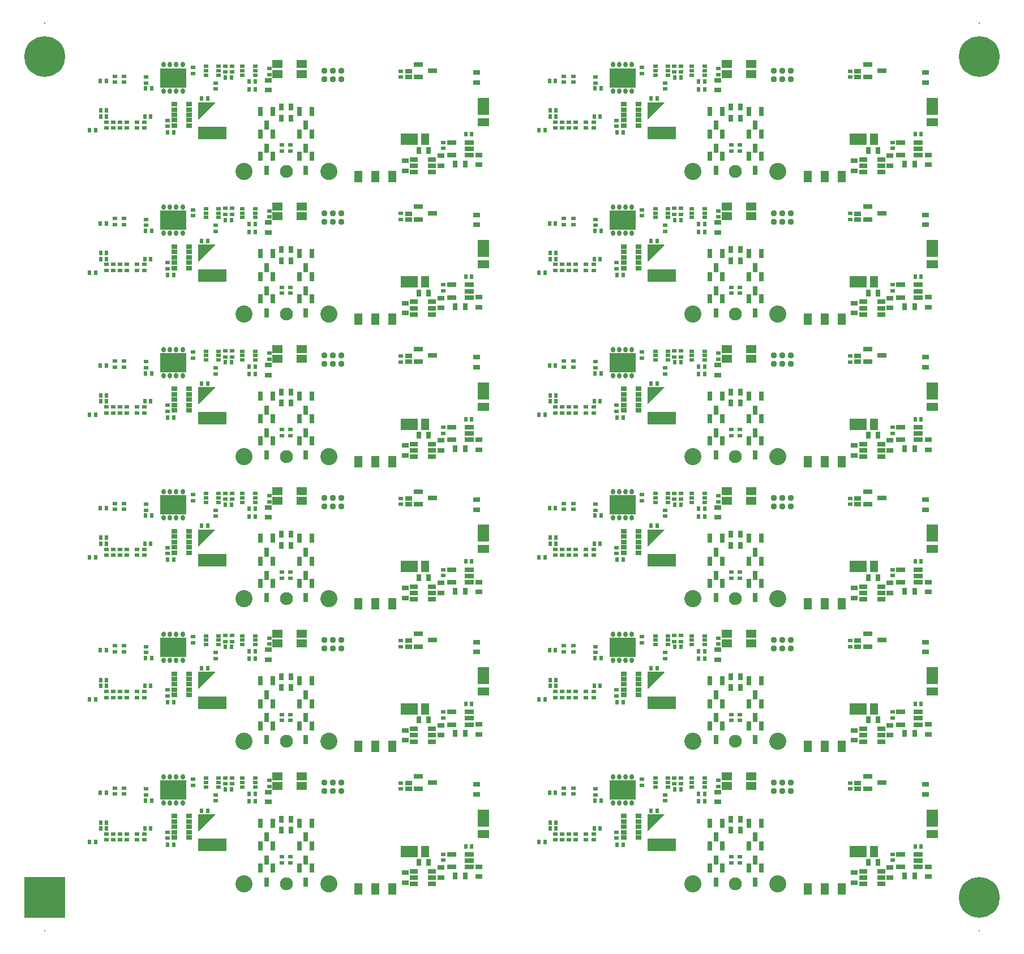
<source format=gbs>
G04 Layer_Color=16711935*
%FSLAX24Y24*%
%MOIN*%
G70*
G01*
G75*
%ADD81R,0.2400X0.2400*%
%ADD82C,0.2400*%
%ADD83R,0.0217X0.0296*%
%ADD87R,0.0315X0.0220*%
%ADD90R,0.0296X0.0572*%
%ADD91R,0.0414X0.0257*%
%ADD92R,0.0296X0.0217*%
%ADD99R,0.0257X0.0414*%
%ADD113C,0.0370*%
%ADD114C,0.0080*%
%ADD115C,0.0060*%
%ADD116C,0.0760*%
%ADD117C,0.1010*%
%ADD118R,0.1517X0.1123*%
%ADD119O,0.0257X0.0336*%
%ADD120R,0.0375X0.0257*%
%ADD121R,0.0611X0.0473*%
%ADD122R,0.1674X0.0729*%
%ADD123R,0.0454X0.0454*%
%ADD124R,0.0572X0.0296*%
%ADD125R,0.0395X0.0277*%
%ADD126R,0.0651X0.0473*%
%ADD127R,0.0651X0.1005*%
%ADD128R,0.0473X0.0651*%
%ADD129R,0.1005X0.0651*%
%ADD130R,0.0540X0.0296*%
%ADD131R,0.0473X0.0296*%
%ADD132R,0.0460X0.0710*%
G36*
X38433Y50767D02*
X38437Y50766D01*
X38442Y50764D01*
X38446Y50761D01*
X38449Y50758D01*
X38452Y50755D01*
X38455Y50751D01*
X38457Y50746D01*
X38458Y50742D01*
X38458Y50737D01*
X38458Y50732D01*
X38457Y50728D01*
X38455Y50723D01*
X38452Y50719D01*
X38449Y50716D01*
X37504Y49771D01*
X37501Y49768D01*
X37497Y49765D01*
X37492Y49764D01*
X37488Y49762D01*
X37483Y49762D01*
X37478Y49762D01*
X37474Y49764D01*
X37469Y49765D01*
X37465Y49768D01*
X37462Y49771D01*
X37459Y49774D01*
X37456Y49778D01*
X37454Y49783D01*
X37453Y49787D01*
X37453Y49792D01*
Y50737D01*
X37453Y50742D01*
X37454Y50746D01*
X37456Y50751D01*
X37459Y50755D01*
X37462Y50758D01*
X37465Y50761D01*
X37469Y50764D01*
X37474Y50766D01*
X37478Y50767D01*
X37483Y50767D01*
X38428D01*
X38433Y50767D01*
D02*
G37*
G36*
X11974D02*
X11978Y50766D01*
X11983Y50764D01*
X11987Y50761D01*
X11990Y50758D01*
X11993Y50755D01*
X11996Y50751D01*
X11998Y50746D01*
X11999Y50742D01*
X11999Y50737D01*
X11999Y50732D01*
X11998Y50728D01*
X11996Y50723D01*
X11993Y50719D01*
X11990Y50716D01*
X11045Y49771D01*
X11042Y49768D01*
X11038Y49765D01*
X11033Y49764D01*
X11029Y49762D01*
X11024Y49762D01*
X11019Y49762D01*
X11015Y49764D01*
X11010Y49765D01*
X11006Y49768D01*
X11003Y49771D01*
X11000Y49774D01*
X10997Y49778D01*
X10995Y49783D01*
X10994Y49787D01*
X10994Y49792D01*
Y50737D01*
X10994Y50742D01*
X10995Y50746D01*
X10997Y50751D01*
X11000Y50755D01*
X11003Y50758D01*
X11006Y50761D01*
X11010Y50764D01*
X11015Y50766D01*
X11019Y50767D01*
X11024Y50767D01*
X11969D01*
X11974Y50767D01*
D02*
G37*
G36*
X38433Y42379D02*
X38437Y42378D01*
X38442Y42376D01*
X38446Y42374D01*
X38449Y42371D01*
X38452Y42367D01*
X38455Y42363D01*
X38457Y42359D01*
X38458Y42354D01*
X38458Y42350D01*
X38458Y42345D01*
X38457Y42340D01*
X38455Y42336D01*
X38452Y42332D01*
X38449Y42328D01*
X37504Y41383D01*
X37501Y41380D01*
X37497Y41378D01*
X37492Y41376D01*
X37488Y41375D01*
X37483Y41375D01*
X37478Y41375D01*
X37474Y41376D01*
X37469Y41378D01*
X37465Y41380D01*
X37462Y41383D01*
X37459Y41387D01*
X37456Y41391D01*
X37454Y41395D01*
X37453Y41400D01*
X37453Y41405D01*
Y42350D01*
X37453Y42354D01*
X37454Y42359D01*
X37456Y42363D01*
X37459Y42367D01*
X37462Y42371D01*
X37465Y42374D01*
X37469Y42376D01*
X37474Y42378D01*
X37478Y42379D01*
X37483Y42380D01*
X38428D01*
X38433Y42379D01*
D02*
G37*
G36*
X11974D02*
X11978Y42378D01*
X11983Y42376D01*
X11987Y42374D01*
X11990Y42371D01*
X11993Y42367D01*
X11996Y42363D01*
X11998Y42359D01*
X11999Y42354D01*
X11999Y42350D01*
X11999Y42345D01*
X11998Y42340D01*
X11996Y42336D01*
X11993Y42332D01*
X11990Y42328D01*
X11045Y41383D01*
X11042Y41380D01*
X11038Y41378D01*
X11033Y41376D01*
X11029Y41375D01*
X11024Y41375D01*
X11019Y41375D01*
X11015Y41376D01*
X11010Y41378D01*
X11006Y41380D01*
X11003Y41383D01*
X11000Y41387D01*
X10997Y41391D01*
X10995Y41395D01*
X10994Y41400D01*
X10994Y41405D01*
Y42350D01*
X10994Y42354D01*
X10995Y42359D01*
X10997Y42363D01*
X11000Y42367D01*
X11003Y42371D01*
X11006Y42374D01*
X11010Y42376D01*
X11015Y42378D01*
X11019Y42379D01*
X11024Y42380D01*
X11969D01*
X11974Y42379D01*
D02*
G37*
G36*
X38433Y33992D02*
X38437Y33991D01*
X38442Y33989D01*
X38446Y33987D01*
X38449Y33983D01*
X38452Y33980D01*
X38455Y33976D01*
X38457Y33972D01*
X38458Y33967D01*
X38458Y33962D01*
X38458Y33958D01*
X38457Y33953D01*
X38455Y33949D01*
X38452Y33945D01*
X38449Y33941D01*
X37504Y32996D01*
X37501Y32993D01*
X37497Y32991D01*
X37492Y32989D01*
X37488Y32988D01*
X37483Y32987D01*
X37478Y32988D01*
X37474Y32989D01*
X37469Y32991D01*
X37465Y32993D01*
X37462Y32996D01*
X37459Y33000D01*
X37456Y33004D01*
X37454Y33008D01*
X37453Y33013D01*
X37453Y33017D01*
Y33962D01*
X37453Y33967D01*
X37454Y33972D01*
X37456Y33976D01*
X37459Y33980D01*
X37462Y33983D01*
X37465Y33987D01*
X37469Y33989D01*
X37474Y33991D01*
X37478Y33992D01*
X37483Y33992D01*
X38428D01*
X38433Y33992D01*
D02*
G37*
G36*
X11974D02*
X11978Y33991D01*
X11983Y33989D01*
X11987Y33987D01*
X11990Y33983D01*
X11993Y33980D01*
X11996Y33976D01*
X11998Y33972D01*
X11999Y33967D01*
X11999Y33962D01*
X11999Y33958D01*
X11998Y33953D01*
X11996Y33949D01*
X11993Y33945D01*
X11990Y33941D01*
X11045Y32996D01*
X11042Y32993D01*
X11038Y32991D01*
X11033Y32989D01*
X11029Y32988D01*
X11024Y32987D01*
X11019Y32988D01*
X11015Y32989D01*
X11010Y32991D01*
X11006Y32993D01*
X11003Y32996D01*
X11000Y33000D01*
X10997Y33004D01*
X10995Y33008D01*
X10994Y33013D01*
X10994Y33017D01*
Y33962D01*
X10994Y33967D01*
X10995Y33972D01*
X10997Y33976D01*
X11000Y33980D01*
X11003Y33983D01*
X11006Y33987D01*
X11010Y33989D01*
X11015Y33991D01*
X11019Y33992D01*
X11024Y33992D01*
X11969D01*
X11974Y33992D01*
D02*
G37*
G36*
X38433Y25605D02*
X38437Y25603D01*
X38442Y25602D01*
X38446Y25599D01*
X38449Y25596D01*
X38452Y25592D01*
X38455Y25588D01*
X38457Y25584D01*
X38458Y25580D01*
X38458Y25575D01*
X38458Y25570D01*
X38457Y25566D01*
X38455Y25561D01*
X38452Y25557D01*
X38449Y25554D01*
X37504Y24609D01*
X37501Y24606D01*
X37497Y24603D01*
X37492Y24601D01*
X37488Y24600D01*
X37483Y24600D01*
X37478Y24600D01*
X37474Y24601D01*
X37469Y24603D01*
X37465Y24606D01*
X37462Y24609D01*
X37459Y24612D01*
X37456Y24616D01*
X37454Y24621D01*
X37453Y24625D01*
X37453Y24630D01*
Y25575D01*
X37453Y25580D01*
X37454Y25584D01*
X37456Y25588D01*
X37459Y25592D01*
X37462Y25596D01*
X37465Y25599D01*
X37469Y25602D01*
X37474Y25603D01*
X37478Y25605D01*
X37483Y25605D01*
X38428D01*
X38433Y25605D01*
D02*
G37*
G36*
X11974D02*
X11978Y25603D01*
X11983Y25602D01*
X11987Y25599D01*
X11990Y25596D01*
X11993Y25592D01*
X11996Y25588D01*
X11998Y25584D01*
X11999Y25580D01*
X11999Y25575D01*
X11999Y25570D01*
X11998Y25566D01*
X11996Y25561D01*
X11993Y25557D01*
X11990Y25554D01*
X11045Y24609D01*
X11042Y24606D01*
X11038Y24603D01*
X11033Y24601D01*
X11029Y24600D01*
X11024Y24600D01*
X11019Y24600D01*
X11015Y24601D01*
X11010Y24603D01*
X11006Y24606D01*
X11003Y24609D01*
X11000Y24612D01*
X10997Y24616D01*
X10995Y24621D01*
X10994Y24625D01*
X10994Y24630D01*
Y25575D01*
X10994Y25580D01*
X10995Y25584D01*
X10997Y25588D01*
X11000Y25592D01*
X11003Y25596D01*
X11006Y25599D01*
X11010Y25602D01*
X11015Y25603D01*
X11019Y25605D01*
X11024Y25605D01*
X11969D01*
X11974Y25605D01*
D02*
G37*
G36*
X38433Y17217D02*
X38437Y17216D01*
X38442Y17214D01*
X38446Y17212D01*
X38449Y17209D01*
X38452Y17205D01*
X38455Y17201D01*
X38457Y17197D01*
X38458Y17192D01*
X38458Y17187D01*
X38458Y17183D01*
X38457Y17178D01*
X38455Y17174D01*
X38452Y17170D01*
X38449Y17166D01*
X37504Y16221D01*
X37501Y16218D01*
X37497Y16216D01*
X37492Y16214D01*
X37488Y16213D01*
X37483Y16212D01*
X37478Y16213D01*
X37474Y16214D01*
X37469Y16216D01*
X37465Y16218D01*
X37462Y16221D01*
X37459Y16225D01*
X37456Y16229D01*
X37454Y16233D01*
X37453Y16238D01*
X37453Y16243D01*
Y17187D01*
X37453Y17192D01*
X37454Y17197D01*
X37456Y17201D01*
X37459Y17205D01*
X37462Y17209D01*
X37465Y17212D01*
X37469Y17214D01*
X37474Y17216D01*
X37478Y17217D01*
X37483Y17217D01*
X38428D01*
X38433Y17217D01*
D02*
G37*
G36*
X11974D02*
X11978Y17216D01*
X11983Y17214D01*
X11987Y17212D01*
X11990Y17209D01*
X11993Y17205D01*
X11996Y17201D01*
X11998Y17197D01*
X11999Y17192D01*
X11999Y17187D01*
X11999Y17183D01*
X11998Y17178D01*
X11996Y17174D01*
X11993Y17170D01*
X11990Y17166D01*
X11045Y16221D01*
X11042Y16218D01*
X11038Y16216D01*
X11033Y16214D01*
X11029Y16213D01*
X11024Y16212D01*
X11019Y16213D01*
X11015Y16214D01*
X11010Y16216D01*
X11006Y16218D01*
X11003Y16221D01*
X11000Y16225D01*
X10997Y16229D01*
X10995Y16233D01*
X10994Y16238D01*
X10994Y16243D01*
Y17187D01*
X10994Y17192D01*
X10995Y17197D01*
X10997Y17201D01*
X11000Y17205D01*
X11003Y17209D01*
X11006Y17212D01*
X11010Y17214D01*
X11015Y17216D01*
X11019Y17217D01*
X11024Y17217D01*
X11969D01*
X11974Y17217D01*
D02*
G37*
G36*
X38433Y8830D02*
X38437Y8829D01*
X38442Y8827D01*
X38446Y8824D01*
X38449Y8821D01*
X38452Y8818D01*
X38455Y8814D01*
X38457Y8809D01*
X38458Y8805D01*
X38458Y8800D01*
X38458Y8795D01*
X38457Y8791D01*
X38455Y8786D01*
X38452Y8782D01*
X38449Y8779D01*
X37504Y7834D01*
X37501Y7831D01*
X37497Y7828D01*
X37492Y7826D01*
X37488Y7825D01*
X37483Y7825D01*
X37478Y7825D01*
X37474Y7826D01*
X37469Y7828D01*
X37465Y7831D01*
X37462Y7834D01*
X37459Y7837D01*
X37456Y7841D01*
X37454Y7846D01*
X37453Y7850D01*
X37453Y7855D01*
Y8800D01*
X37453Y8805D01*
X37454Y8809D01*
X37456Y8814D01*
X37459Y8818D01*
X37462Y8821D01*
X37465Y8824D01*
X37469Y8827D01*
X37474Y8829D01*
X37478Y8830D01*
X37483Y8830D01*
X38428D01*
X38433Y8830D01*
D02*
G37*
G36*
X11974D02*
X11978Y8829D01*
X11983Y8827D01*
X11987Y8824D01*
X11990Y8821D01*
X11993Y8818D01*
X11996Y8814D01*
X11998Y8809D01*
X11999Y8805D01*
X11999Y8800D01*
X11999Y8795D01*
X11998Y8791D01*
X11996Y8786D01*
X11993Y8782D01*
X11990Y8779D01*
X11045Y7834D01*
X11042Y7831D01*
X11038Y7828D01*
X11033Y7826D01*
X11029Y7825D01*
X11024Y7825D01*
X11019Y7825D01*
X11015Y7826D01*
X11010Y7828D01*
X11006Y7831D01*
X11003Y7834D01*
X11000Y7837D01*
X10997Y7841D01*
X10995Y7846D01*
X10994Y7850D01*
X10994Y7855D01*
Y8800D01*
X10994Y8805D01*
X10995Y8809D01*
X10997Y8814D01*
X11000Y8818D01*
X11003Y8821D01*
X11006Y8824D01*
X11010Y8827D01*
X11015Y8829D01*
X11019Y8830D01*
X11024Y8830D01*
X11969D01*
X11974Y8830D01*
D02*
G37*
D81*
X1969Y3937D02*
D03*
D82*
X56988D02*
D03*
Y53445D02*
D03*
X1969D02*
D03*
D83*
X5587Y10087D02*
D03*
X5233D02*
D03*
X7910Y9637D02*
D03*
X8264D02*
D03*
X7860Y7987D02*
D03*
X8214D02*
D03*
X5614Y8337D02*
D03*
X5260D02*
D03*
X5614Y7987D02*
D03*
X5260D02*
D03*
X4610Y7187D02*
D03*
X4964D02*
D03*
X11210Y9037D02*
D03*
X11564D02*
D03*
X9210Y7037D02*
D03*
X9564D02*
D03*
X12610Y10287D02*
D03*
X12964D02*
D03*
X14364Y10037D02*
D03*
X14010D02*
D03*
Y9587D02*
D03*
X14364D02*
D03*
X26760Y6937D02*
D03*
X27114D02*
D03*
X32046Y10087D02*
D03*
X31692D02*
D03*
X34369Y9637D02*
D03*
X34723D02*
D03*
X34319Y7987D02*
D03*
X34673D02*
D03*
X32073Y8337D02*
D03*
X31719D02*
D03*
X32073Y7987D02*
D03*
X31719D02*
D03*
X31069Y7187D02*
D03*
X31423D02*
D03*
X37669Y9037D02*
D03*
X38023D02*
D03*
X35669Y7037D02*
D03*
X36023D02*
D03*
X39069Y10287D02*
D03*
X39423D02*
D03*
X40823Y10037D02*
D03*
X40469D02*
D03*
Y9587D02*
D03*
X40823D02*
D03*
X53219Y6937D02*
D03*
X53573D02*
D03*
X5587Y18474D02*
D03*
X5233D02*
D03*
X7910Y18024D02*
D03*
X8264D02*
D03*
X7860Y16374D02*
D03*
X8214D02*
D03*
X5614Y16724D02*
D03*
X5260D02*
D03*
X5614Y16374D02*
D03*
X5260D02*
D03*
X4610Y15574D02*
D03*
X4964D02*
D03*
X11210Y17424D02*
D03*
X11564D02*
D03*
X9210Y15424D02*
D03*
X9564D02*
D03*
X12610Y18674D02*
D03*
X12964D02*
D03*
X14364Y18424D02*
D03*
X14010D02*
D03*
Y17974D02*
D03*
X14364D02*
D03*
X26760Y15324D02*
D03*
X27114D02*
D03*
X32046Y18474D02*
D03*
X31692D02*
D03*
X34369Y18024D02*
D03*
X34723D02*
D03*
X34319Y16374D02*
D03*
X34673D02*
D03*
X32073Y16724D02*
D03*
X31719D02*
D03*
X32073Y16374D02*
D03*
X31719D02*
D03*
X31069Y15574D02*
D03*
X31423D02*
D03*
X37669Y17424D02*
D03*
X38023D02*
D03*
X35669Y15424D02*
D03*
X36023D02*
D03*
X39069Y18674D02*
D03*
X39423D02*
D03*
X40823Y18424D02*
D03*
X40469D02*
D03*
Y17974D02*
D03*
X40823D02*
D03*
X53219Y15324D02*
D03*
X53573D02*
D03*
X5587Y26862D02*
D03*
X5233D02*
D03*
X7910Y26412D02*
D03*
X8264D02*
D03*
X7860Y24762D02*
D03*
X8214D02*
D03*
X5614Y25112D02*
D03*
X5260D02*
D03*
X5614Y24762D02*
D03*
X5260D02*
D03*
X4610Y23962D02*
D03*
X4964D02*
D03*
X11210Y25812D02*
D03*
X11564D02*
D03*
X9210Y23812D02*
D03*
X9564D02*
D03*
X12610Y27062D02*
D03*
X12964D02*
D03*
X14364Y26812D02*
D03*
X14010D02*
D03*
Y26362D02*
D03*
X14364D02*
D03*
X26760Y23712D02*
D03*
X27114D02*
D03*
X32046Y26862D02*
D03*
X31692D02*
D03*
X34369Y26412D02*
D03*
X34723D02*
D03*
X34319Y24762D02*
D03*
X34673D02*
D03*
X32073Y25112D02*
D03*
X31719D02*
D03*
X32073Y24762D02*
D03*
X31719D02*
D03*
X31069Y23962D02*
D03*
X31423D02*
D03*
X37669Y25812D02*
D03*
X38023D02*
D03*
X35669Y23812D02*
D03*
X36023D02*
D03*
X39069Y27062D02*
D03*
X39423D02*
D03*
X40823Y26812D02*
D03*
X40469D02*
D03*
Y26362D02*
D03*
X40823D02*
D03*
X53219Y23712D02*
D03*
X53573D02*
D03*
X5587Y35249D02*
D03*
X5233D02*
D03*
X7910Y34799D02*
D03*
X8264D02*
D03*
X7860Y33149D02*
D03*
X8214D02*
D03*
X5614Y33499D02*
D03*
X5260D02*
D03*
X5614Y33149D02*
D03*
X5260D02*
D03*
X4610Y32349D02*
D03*
X4964D02*
D03*
X11210Y34199D02*
D03*
X11564D02*
D03*
X9210Y32199D02*
D03*
X9564D02*
D03*
X12610Y35449D02*
D03*
X12964D02*
D03*
X14364Y35199D02*
D03*
X14010D02*
D03*
Y34749D02*
D03*
X14364D02*
D03*
X26760Y32099D02*
D03*
X27114D02*
D03*
X32046Y35249D02*
D03*
X31692D02*
D03*
X34369Y34799D02*
D03*
X34723D02*
D03*
X34319Y33149D02*
D03*
X34673D02*
D03*
X32073Y33499D02*
D03*
X31719D02*
D03*
X32073Y33149D02*
D03*
X31719D02*
D03*
X31069Y32349D02*
D03*
X31423D02*
D03*
X37669Y34199D02*
D03*
X38023D02*
D03*
X35669Y32199D02*
D03*
X36023D02*
D03*
X39069Y35449D02*
D03*
X39423D02*
D03*
X40823Y35199D02*
D03*
X40469D02*
D03*
Y34749D02*
D03*
X40823D02*
D03*
X53219Y32099D02*
D03*
X53573D02*
D03*
X5587Y43637D02*
D03*
X5233D02*
D03*
X7910Y43187D02*
D03*
X8264D02*
D03*
X7860Y41537D02*
D03*
X8214D02*
D03*
X5614Y41887D02*
D03*
X5260D02*
D03*
X5614Y41537D02*
D03*
X5260D02*
D03*
X4610Y40737D02*
D03*
X4964D02*
D03*
X11210Y42587D02*
D03*
X11564D02*
D03*
X9210Y40587D02*
D03*
X9564D02*
D03*
X12610Y43837D02*
D03*
X12964D02*
D03*
X14364Y43587D02*
D03*
X14010D02*
D03*
Y43137D02*
D03*
X14364D02*
D03*
X26760Y40487D02*
D03*
X27114D02*
D03*
X32046Y43637D02*
D03*
X31692D02*
D03*
X34369Y43187D02*
D03*
X34723D02*
D03*
X34319Y41537D02*
D03*
X34673D02*
D03*
X32073Y41887D02*
D03*
X31719D02*
D03*
X32073Y41537D02*
D03*
X31719D02*
D03*
X31069Y40737D02*
D03*
X31423D02*
D03*
X37669Y42587D02*
D03*
X38023D02*
D03*
X35669Y40587D02*
D03*
X36023D02*
D03*
X39069Y43837D02*
D03*
X39423D02*
D03*
X40823Y43587D02*
D03*
X40469D02*
D03*
Y43137D02*
D03*
X40823D02*
D03*
X53219Y40487D02*
D03*
X53573D02*
D03*
X5587Y52024D02*
D03*
X5233D02*
D03*
X7910Y51574D02*
D03*
X8264D02*
D03*
X7860Y49924D02*
D03*
X8214D02*
D03*
X5614Y50274D02*
D03*
X5260D02*
D03*
X5614Y49924D02*
D03*
X5260D02*
D03*
X4610Y49124D02*
D03*
X4964D02*
D03*
X11210Y50974D02*
D03*
X11564D02*
D03*
X9210Y48974D02*
D03*
X9564D02*
D03*
X12610Y52224D02*
D03*
X12964D02*
D03*
X14364Y51974D02*
D03*
X14010D02*
D03*
Y51524D02*
D03*
X14364D02*
D03*
X26760Y48874D02*
D03*
X27114D02*
D03*
X32046Y52024D02*
D03*
X31692D02*
D03*
X34369Y51574D02*
D03*
X34723D02*
D03*
X34319Y49924D02*
D03*
X34673D02*
D03*
X32073Y50274D02*
D03*
X31719D02*
D03*
X32073Y49924D02*
D03*
X31719D02*
D03*
X31069Y49124D02*
D03*
X31423D02*
D03*
X37669Y50974D02*
D03*
X38023D02*
D03*
X35669Y48974D02*
D03*
X36023D02*
D03*
X39069Y52224D02*
D03*
X39423D02*
D03*
X40823Y51974D02*
D03*
X40469D02*
D03*
Y51524D02*
D03*
X40823D02*
D03*
X53219Y48874D02*
D03*
X53573D02*
D03*
D87*
X12211Y10431D02*
D03*
Y10687D02*
D03*
Y10943D02*
D03*
X11463Y10431D02*
D03*
Y10943D02*
D03*
Y10687D02*
D03*
X14361D02*
D03*
Y10431D02*
D03*
Y10943D02*
D03*
X13613Y10431D02*
D03*
Y10687D02*
D03*
Y10943D02*
D03*
X38670Y10431D02*
D03*
Y10687D02*
D03*
Y10943D02*
D03*
X37922Y10431D02*
D03*
Y10943D02*
D03*
Y10687D02*
D03*
X40820D02*
D03*
Y10431D02*
D03*
Y10943D02*
D03*
X40072Y10431D02*
D03*
Y10687D02*
D03*
Y10943D02*
D03*
X12211Y18819D02*
D03*
Y19074D02*
D03*
Y19330D02*
D03*
X11463Y18819D02*
D03*
Y19330D02*
D03*
Y19074D02*
D03*
X14361D02*
D03*
Y18819D02*
D03*
Y19330D02*
D03*
X13613Y18819D02*
D03*
Y19074D02*
D03*
Y19330D02*
D03*
X38670Y18819D02*
D03*
Y19074D02*
D03*
Y19330D02*
D03*
X37922Y18819D02*
D03*
Y19330D02*
D03*
Y19074D02*
D03*
X40820D02*
D03*
Y18819D02*
D03*
Y19330D02*
D03*
X40072Y18819D02*
D03*
Y19074D02*
D03*
Y19330D02*
D03*
X12211Y27206D02*
D03*
Y27462D02*
D03*
Y27718D02*
D03*
X11463Y27206D02*
D03*
Y27718D02*
D03*
Y27462D02*
D03*
X14361D02*
D03*
Y27206D02*
D03*
Y27718D02*
D03*
X13613Y27206D02*
D03*
Y27462D02*
D03*
Y27718D02*
D03*
X38670Y27206D02*
D03*
Y27462D02*
D03*
Y27718D02*
D03*
X37922Y27206D02*
D03*
Y27718D02*
D03*
Y27462D02*
D03*
X40820D02*
D03*
Y27206D02*
D03*
Y27718D02*
D03*
X40072Y27206D02*
D03*
Y27462D02*
D03*
Y27718D02*
D03*
X12211Y35593D02*
D03*
Y35849D02*
D03*
Y36105D02*
D03*
X11463Y35593D02*
D03*
Y36105D02*
D03*
Y35849D02*
D03*
X14361D02*
D03*
Y35593D02*
D03*
Y36105D02*
D03*
X13613Y35593D02*
D03*
Y35849D02*
D03*
Y36105D02*
D03*
X38670Y35593D02*
D03*
Y35849D02*
D03*
Y36105D02*
D03*
X37922Y35593D02*
D03*
Y36105D02*
D03*
Y35849D02*
D03*
X40820D02*
D03*
Y35593D02*
D03*
Y36105D02*
D03*
X40072Y35593D02*
D03*
Y35849D02*
D03*
Y36105D02*
D03*
X12211Y43981D02*
D03*
Y44237D02*
D03*
Y44493D02*
D03*
X11463Y43981D02*
D03*
Y44493D02*
D03*
Y44237D02*
D03*
X14361D02*
D03*
Y43981D02*
D03*
Y44493D02*
D03*
X13613Y43981D02*
D03*
Y44237D02*
D03*
Y44493D02*
D03*
X38670Y43981D02*
D03*
Y44237D02*
D03*
Y44493D02*
D03*
X37922Y43981D02*
D03*
Y44493D02*
D03*
Y44237D02*
D03*
X40820D02*
D03*
Y43981D02*
D03*
Y44493D02*
D03*
X40072Y43981D02*
D03*
Y44237D02*
D03*
Y44493D02*
D03*
X12211Y52368D02*
D03*
Y52624D02*
D03*
Y52880D02*
D03*
X11463Y52368D02*
D03*
Y52880D02*
D03*
Y52624D02*
D03*
X14361D02*
D03*
Y52368D02*
D03*
Y52880D02*
D03*
X13613Y52368D02*
D03*
Y52624D02*
D03*
Y52880D02*
D03*
X38670Y52368D02*
D03*
Y52624D02*
D03*
Y52880D02*
D03*
X37922Y52368D02*
D03*
Y52880D02*
D03*
Y52624D02*
D03*
X40820D02*
D03*
Y52368D02*
D03*
Y52880D02*
D03*
X40072Y52368D02*
D03*
Y52624D02*
D03*
Y52880D02*
D03*
D90*
X17337Y7474D02*
D03*
X17711Y8300D02*
D03*
X16963D02*
D03*
X14663D02*
D03*
X15411D02*
D03*
X15037Y7474D02*
D03*
X17337Y6124D02*
D03*
X17711Y6950D02*
D03*
X16963D02*
D03*
X15037Y6124D02*
D03*
X15411Y6950D02*
D03*
X14663D02*
D03*
X17337Y4824D02*
D03*
X17711Y5650D02*
D03*
X16963D02*
D03*
X14663D02*
D03*
X15411D02*
D03*
X15037Y4824D02*
D03*
X43796Y7474D02*
D03*
X44170Y8300D02*
D03*
X43422D02*
D03*
X41122D02*
D03*
X41870D02*
D03*
X41496Y7474D02*
D03*
X43796Y6124D02*
D03*
X44170Y6950D02*
D03*
X43422D02*
D03*
X41496Y6124D02*
D03*
X41870Y6950D02*
D03*
X41122D02*
D03*
X43796Y4824D02*
D03*
X44170Y5650D02*
D03*
X43422D02*
D03*
X41122D02*
D03*
X41870D02*
D03*
X41496Y4824D02*
D03*
X17337Y15861D02*
D03*
X17711Y16688D02*
D03*
X16963D02*
D03*
X14663D02*
D03*
X15411D02*
D03*
X15037Y15861D02*
D03*
X17337Y14511D02*
D03*
X17711Y15338D02*
D03*
X16963D02*
D03*
X15037Y14511D02*
D03*
X15411Y15338D02*
D03*
X14663D02*
D03*
X17337Y13211D02*
D03*
X17711Y14038D02*
D03*
X16963D02*
D03*
X14663D02*
D03*
X15411D02*
D03*
X15037Y13211D02*
D03*
X43796Y15861D02*
D03*
X44170Y16688D02*
D03*
X43422D02*
D03*
X41122D02*
D03*
X41870D02*
D03*
X41496Y15861D02*
D03*
X43796Y14511D02*
D03*
X44170Y15338D02*
D03*
X43422D02*
D03*
X41496Y14511D02*
D03*
X41870Y15338D02*
D03*
X41122D02*
D03*
X43796Y13211D02*
D03*
X44170Y14038D02*
D03*
X43422D02*
D03*
X41122D02*
D03*
X41870D02*
D03*
X41496Y13211D02*
D03*
X17337Y24248D02*
D03*
X17711Y25075D02*
D03*
X16963D02*
D03*
X14663D02*
D03*
X15411D02*
D03*
X15037Y24248D02*
D03*
X17337Y22898D02*
D03*
X17711Y23725D02*
D03*
X16963D02*
D03*
X15037Y22898D02*
D03*
X15411Y23725D02*
D03*
X14663D02*
D03*
X17337Y21598D02*
D03*
X17711Y22425D02*
D03*
X16963D02*
D03*
X14663D02*
D03*
X15411D02*
D03*
X15037Y21598D02*
D03*
X43796Y24248D02*
D03*
X44170Y25075D02*
D03*
X43422D02*
D03*
X41122D02*
D03*
X41870D02*
D03*
X41496Y24248D02*
D03*
X43796Y22898D02*
D03*
X44170Y23725D02*
D03*
X43422D02*
D03*
X41496Y22898D02*
D03*
X41870Y23725D02*
D03*
X41122D02*
D03*
X43796Y21598D02*
D03*
X44170Y22425D02*
D03*
X43422D02*
D03*
X41122D02*
D03*
X41870D02*
D03*
X41496Y21598D02*
D03*
X17337Y32636D02*
D03*
X17711Y33463D02*
D03*
X16963D02*
D03*
X14663D02*
D03*
X15411D02*
D03*
X15037Y32636D02*
D03*
X17337Y31286D02*
D03*
X17711Y32113D02*
D03*
X16963D02*
D03*
X15037Y31286D02*
D03*
X15411Y32113D02*
D03*
X14663D02*
D03*
X17337Y29986D02*
D03*
X17711Y30813D02*
D03*
X16963D02*
D03*
X14663D02*
D03*
X15411D02*
D03*
X15037Y29986D02*
D03*
X43796Y32636D02*
D03*
X44170Y33463D02*
D03*
X43422D02*
D03*
X41122D02*
D03*
X41870D02*
D03*
X41496Y32636D02*
D03*
X43796Y31286D02*
D03*
X44170Y32113D02*
D03*
X43422D02*
D03*
X41496Y31286D02*
D03*
X41870Y32113D02*
D03*
X41122D02*
D03*
X43796Y29986D02*
D03*
X44170Y30813D02*
D03*
X43422D02*
D03*
X41122D02*
D03*
X41870D02*
D03*
X41496Y29986D02*
D03*
X17337Y41023D02*
D03*
X17711Y41850D02*
D03*
X16963D02*
D03*
X14663D02*
D03*
X15411D02*
D03*
X15037Y41023D02*
D03*
X17337Y39673D02*
D03*
X17711Y40500D02*
D03*
X16963D02*
D03*
X15037Y39673D02*
D03*
X15411Y40500D02*
D03*
X14663D02*
D03*
X17337Y38373D02*
D03*
X17711Y39200D02*
D03*
X16963D02*
D03*
X14663D02*
D03*
X15411D02*
D03*
X15037Y38373D02*
D03*
X43796Y41023D02*
D03*
X44170Y41850D02*
D03*
X43422D02*
D03*
X41122D02*
D03*
X41870D02*
D03*
X41496Y41023D02*
D03*
X43796Y39673D02*
D03*
X44170Y40500D02*
D03*
X43422D02*
D03*
X41496Y39673D02*
D03*
X41870Y40500D02*
D03*
X41122D02*
D03*
X43796Y38373D02*
D03*
X44170Y39200D02*
D03*
X43422D02*
D03*
X41122D02*
D03*
X41870D02*
D03*
X41496Y38373D02*
D03*
X17337Y49411D02*
D03*
X17711Y50237D02*
D03*
X16963D02*
D03*
X14663D02*
D03*
X15411D02*
D03*
X15037Y49411D02*
D03*
X17337Y48061D02*
D03*
X17711Y48887D02*
D03*
X16963D02*
D03*
X15037Y48061D02*
D03*
X15411Y48887D02*
D03*
X14663D02*
D03*
X17337Y46761D02*
D03*
X17711Y47587D02*
D03*
X16963D02*
D03*
X14663D02*
D03*
X15411D02*
D03*
X15037Y46761D02*
D03*
X43796Y49411D02*
D03*
X44170Y50237D02*
D03*
X43422D02*
D03*
X41122D02*
D03*
X41870D02*
D03*
X41496Y49411D02*
D03*
X43796Y48061D02*
D03*
X44170Y48887D02*
D03*
X43422D02*
D03*
X41496Y48061D02*
D03*
X41870Y48887D02*
D03*
X41122D02*
D03*
X43796Y46761D02*
D03*
X44170Y47587D02*
D03*
X43422D02*
D03*
X41122D02*
D03*
X41870D02*
D03*
X41496Y46761D02*
D03*
D91*
X15137Y9542D02*
D03*
Y10132D02*
D03*
X27387Y10582D02*
D03*
Y9992D02*
D03*
X27537Y5142D02*
D03*
Y5732D02*
D03*
X25287Y5682D02*
D03*
Y5092D02*
D03*
X23187Y5382D02*
D03*
Y4792D02*
D03*
X41596Y9542D02*
D03*
Y10132D02*
D03*
X53846Y10582D02*
D03*
Y9992D02*
D03*
X53996Y5142D02*
D03*
Y5732D02*
D03*
X51746Y5682D02*
D03*
Y5092D02*
D03*
X49646Y5382D02*
D03*
Y4792D02*
D03*
X15137Y17929D02*
D03*
Y18520D02*
D03*
X27387Y18970D02*
D03*
Y18379D02*
D03*
X27537Y13529D02*
D03*
Y14120D02*
D03*
X25287Y14070D02*
D03*
Y13479D02*
D03*
X23187Y13770D02*
D03*
Y13179D02*
D03*
X41596Y17929D02*
D03*
Y18520D02*
D03*
X53846Y18970D02*
D03*
Y18379D02*
D03*
X53996Y13529D02*
D03*
Y14120D02*
D03*
X51746Y14070D02*
D03*
Y13479D02*
D03*
X49646Y13770D02*
D03*
Y13179D02*
D03*
X15137Y26317D02*
D03*
Y26907D02*
D03*
X27387Y27357D02*
D03*
Y26767D02*
D03*
X27537Y21917D02*
D03*
Y22507D02*
D03*
X25287Y22457D02*
D03*
Y21867D02*
D03*
X23187Y22157D02*
D03*
Y21567D02*
D03*
X41596Y26317D02*
D03*
Y26907D02*
D03*
X53846Y27357D02*
D03*
Y26767D02*
D03*
X53996Y21917D02*
D03*
Y22507D02*
D03*
X51746Y22457D02*
D03*
Y21867D02*
D03*
X49646Y22157D02*
D03*
Y21567D02*
D03*
X15137Y34704D02*
D03*
Y35294D02*
D03*
X27387Y35744D02*
D03*
Y35154D02*
D03*
X27537Y30304D02*
D03*
Y30894D02*
D03*
X25287Y30844D02*
D03*
Y30254D02*
D03*
X23187Y30544D02*
D03*
Y29954D02*
D03*
X41596Y34704D02*
D03*
Y35294D02*
D03*
X53846Y35744D02*
D03*
Y35154D02*
D03*
X53996Y30304D02*
D03*
Y30894D02*
D03*
X51746Y30844D02*
D03*
Y30254D02*
D03*
X49646Y30544D02*
D03*
Y29954D02*
D03*
X15137Y43091D02*
D03*
Y43682D02*
D03*
X27387Y44132D02*
D03*
Y43541D02*
D03*
X27537Y38691D02*
D03*
Y39282D02*
D03*
X25287Y39232D02*
D03*
Y38641D02*
D03*
X23187Y38932D02*
D03*
Y38341D02*
D03*
X41596Y43091D02*
D03*
Y43682D02*
D03*
X53846Y44132D02*
D03*
Y43541D02*
D03*
X53996Y38691D02*
D03*
Y39282D02*
D03*
X51746Y39232D02*
D03*
Y38641D02*
D03*
X49646Y38932D02*
D03*
Y38341D02*
D03*
X15137Y51479D02*
D03*
Y52069D02*
D03*
X27387Y52519D02*
D03*
Y51929D02*
D03*
X27537Y47079D02*
D03*
Y47669D02*
D03*
X25287Y47619D02*
D03*
Y47029D02*
D03*
X23187Y47319D02*
D03*
Y46729D02*
D03*
X41596Y51479D02*
D03*
Y52069D02*
D03*
X53846Y52519D02*
D03*
Y51929D02*
D03*
X53996Y47079D02*
D03*
Y47669D02*
D03*
X51746Y47619D02*
D03*
Y47029D02*
D03*
X49646Y47319D02*
D03*
Y46729D02*
D03*
D92*
X6637Y10364D02*
D03*
Y10010D02*
D03*
X6087D02*
D03*
Y10364D02*
D03*
X7937Y9960D02*
D03*
Y10314D02*
D03*
X7837Y7664D02*
D03*
Y7310D02*
D03*
X7387Y7664D02*
D03*
Y7310D02*
D03*
X6787Y7664D02*
D03*
Y7310D02*
D03*
X6387Y7664D02*
D03*
Y7310D02*
D03*
X5987Y7664D02*
D03*
Y7310D02*
D03*
X5587Y7664D02*
D03*
Y7310D02*
D03*
X12587Y10964D02*
D03*
Y10610D02*
D03*
X12037Y9610D02*
D03*
Y9964D02*
D03*
X10687Y10533D02*
D03*
Y10887D02*
D03*
X9187Y7410D02*
D03*
Y7764D02*
D03*
X15187Y10814D02*
D03*
Y10460D02*
D03*
X16437Y6314D02*
D03*
Y5960D02*
D03*
X15937D02*
D03*
Y6314D02*
D03*
X22937Y10664D02*
D03*
Y10310D02*
D03*
X25437Y6110D02*
D03*
Y6464D02*
D03*
X12987Y10964D02*
D03*
Y10610D02*
D03*
X33096Y10364D02*
D03*
Y10010D02*
D03*
X32546D02*
D03*
Y10364D02*
D03*
X34396Y9960D02*
D03*
Y10314D02*
D03*
X34296Y7664D02*
D03*
Y7310D02*
D03*
X33846Y7664D02*
D03*
Y7310D02*
D03*
X33246Y7664D02*
D03*
Y7310D02*
D03*
X32846Y7664D02*
D03*
Y7310D02*
D03*
X32446Y7664D02*
D03*
Y7310D02*
D03*
X32046Y7664D02*
D03*
Y7310D02*
D03*
X39046Y10964D02*
D03*
Y10610D02*
D03*
X38496Y9610D02*
D03*
Y9964D02*
D03*
X37146Y10533D02*
D03*
Y10887D02*
D03*
X35646Y7410D02*
D03*
Y7764D02*
D03*
X41646Y10814D02*
D03*
Y10460D02*
D03*
X42896Y6314D02*
D03*
Y5960D02*
D03*
X42396D02*
D03*
Y6314D02*
D03*
X49396Y10664D02*
D03*
Y10310D02*
D03*
X51896Y6110D02*
D03*
Y6464D02*
D03*
X39446Y10964D02*
D03*
Y10610D02*
D03*
X6637Y18752D02*
D03*
Y18397D02*
D03*
X6087D02*
D03*
Y18752D02*
D03*
X7937Y18347D02*
D03*
Y18702D02*
D03*
X7837Y16052D02*
D03*
Y15697D02*
D03*
X7387Y16052D02*
D03*
Y15697D02*
D03*
X6787Y16052D02*
D03*
Y15697D02*
D03*
X6387Y16052D02*
D03*
Y15697D02*
D03*
X5987Y16052D02*
D03*
Y15697D02*
D03*
X5587Y16052D02*
D03*
Y15697D02*
D03*
X12587Y19352D02*
D03*
Y18997D02*
D03*
X12037Y17997D02*
D03*
Y18352D02*
D03*
X10687Y18920D02*
D03*
Y19274D02*
D03*
X9187Y15797D02*
D03*
Y16152D02*
D03*
X15187Y19202D02*
D03*
Y18847D02*
D03*
X16437Y14702D02*
D03*
Y14347D02*
D03*
X15937D02*
D03*
Y14702D02*
D03*
X22937Y19052D02*
D03*
Y18697D02*
D03*
X25437Y14497D02*
D03*
Y14852D02*
D03*
X12987Y19352D02*
D03*
Y18997D02*
D03*
X33096Y18752D02*
D03*
Y18397D02*
D03*
X32546D02*
D03*
Y18752D02*
D03*
X34396Y18347D02*
D03*
Y18702D02*
D03*
X34296Y16052D02*
D03*
Y15697D02*
D03*
X33846Y16052D02*
D03*
Y15697D02*
D03*
X33246Y16052D02*
D03*
Y15697D02*
D03*
X32846Y16052D02*
D03*
Y15697D02*
D03*
X32446Y16052D02*
D03*
Y15697D02*
D03*
X32046Y16052D02*
D03*
Y15697D02*
D03*
X39046Y19352D02*
D03*
Y18997D02*
D03*
X38496Y17997D02*
D03*
Y18352D02*
D03*
X37146Y18920D02*
D03*
Y19274D02*
D03*
X35646Y15797D02*
D03*
Y16152D02*
D03*
X41646Y19202D02*
D03*
Y18847D02*
D03*
X42896Y14702D02*
D03*
Y14347D02*
D03*
X42396D02*
D03*
Y14702D02*
D03*
X49396Y19052D02*
D03*
Y18697D02*
D03*
X51896Y14497D02*
D03*
Y14852D02*
D03*
X39446Y19352D02*
D03*
Y18997D02*
D03*
X6637Y27139D02*
D03*
Y26785D02*
D03*
X6087D02*
D03*
Y27139D02*
D03*
X7937Y26735D02*
D03*
Y27089D02*
D03*
X7837Y24439D02*
D03*
Y24085D02*
D03*
X7387Y24439D02*
D03*
Y24085D02*
D03*
X6787Y24439D02*
D03*
Y24085D02*
D03*
X6387Y24439D02*
D03*
Y24085D02*
D03*
X5987Y24439D02*
D03*
Y24085D02*
D03*
X5587Y24439D02*
D03*
Y24085D02*
D03*
X12587Y27739D02*
D03*
Y27385D02*
D03*
X12037Y26385D02*
D03*
Y26739D02*
D03*
X10687Y27307D02*
D03*
Y27662D02*
D03*
X9187Y24185D02*
D03*
Y24539D02*
D03*
X15187Y27589D02*
D03*
Y27235D02*
D03*
X16437Y23089D02*
D03*
Y22735D02*
D03*
X15937D02*
D03*
Y23089D02*
D03*
X22937Y27439D02*
D03*
Y27085D02*
D03*
X25437Y22885D02*
D03*
Y23239D02*
D03*
X12987Y27739D02*
D03*
Y27385D02*
D03*
X33096Y27139D02*
D03*
Y26785D02*
D03*
X32546D02*
D03*
Y27139D02*
D03*
X34396Y26735D02*
D03*
Y27089D02*
D03*
X34296Y24439D02*
D03*
Y24085D02*
D03*
X33846Y24439D02*
D03*
Y24085D02*
D03*
X33246Y24439D02*
D03*
Y24085D02*
D03*
X32846Y24439D02*
D03*
Y24085D02*
D03*
X32446Y24439D02*
D03*
Y24085D02*
D03*
X32046Y24439D02*
D03*
Y24085D02*
D03*
X39046Y27739D02*
D03*
Y27385D02*
D03*
X38496Y26385D02*
D03*
Y26739D02*
D03*
X37146Y27307D02*
D03*
Y27662D02*
D03*
X35646Y24185D02*
D03*
Y24539D02*
D03*
X41646Y27589D02*
D03*
Y27235D02*
D03*
X42896Y23089D02*
D03*
Y22735D02*
D03*
X42396D02*
D03*
Y23089D02*
D03*
X49396Y27439D02*
D03*
Y27085D02*
D03*
X51896Y22885D02*
D03*
Y23239D02*
D03*
X39446Y27739D02*
D03*
Y27385D02*
D03*
X6637Y35526D02*
D03*
Y35172D02*
D03*
X6087D02*
D03*
Y35526D02*
D03*
X7937Y35122D02*
D03*
Y35476D02*
D03*
X7837Y32826D02*
D03*
Y32472D02*
D03*
X7387Y32826D02*
D03*
Y32472D02*
D03*
X6787Y32826D02*
D03*
Y32472D02*
D03*
X6387Y32826D02*
D03*
Y32472D02*
D03*
X5987Y32826D02*
D03*
Y32472D02*
D03*
X5587Y32826D02*
D03*
Y32472D02*
D03*
X12587Y36126D02*
D03*
Y35772D02*
D03*
X12037Y34772D02*
D03*
Y35126D02*
D03*
X10687Y35695D02*
D03*
Y36049D02*
D03*
X9187Y32572D02*
D03*
Y32926D02*
D03*
X15187Y35976D02*
D03*
Y35622D02*
D03*
X16437Y31476D02*
D03*
Y31122D02*
D03*
X15937D02*
D03*
Y31476D02*
D03*
X22937Y35826D02*
D03*
Y35472D02*
D03*
X25437Y31272D02*
D03*
Y31626D02*
D03*
X12987Y36126D02*
D03*
Y35772D02*
D03*
X33096Y35526D02*
D03*
Y35172D02*
D03*
X32546D02*
D03*
Y35526D02*
D03*
X34396Y35122D02*
D03*
Y35476D02*
D03*
X34296Y32826D02*
D03*
Y32472D02*
D03*
X33846Y32826D02*
D03*
Y32472D02*
D03*
X33246Y32826D02*
D03*
Y32472D02*
D03*
X32846Y32826D02*
D03*
Y32472D02*
D03*
X32446Y32826D02*
D03*
Y32472D02*
D03*
X32046Y32826D02*
D03*
Y32472D02*
D03*
X39046Y36126D02*
D03*
Y35772D02*
D03*
X38496Y34772D02*
D03*
Y35126D02*
D03*
X37146Y35695D02*
D03*
Y36049D02*
D03*
X35646Y32572D02*
D03*
Y32926D02*
D03*
X41646Y35976D02*
D03*
Y35622D02*
D03*
X42896Y31476D02*
D03*
Y31122D02*
D03*
X42396D02*
D03*
Y31476D02*
D03*
X49396Y35826D02*
D03*
Y35472D02*
D03*
X51896Y31272D02*
D03*
Y31626D02*
D03*
X39446Y36126D02*
D03*
Y35772D02*
D03*
X6637Y43914D02*
D03*
Y43559D02*
D03*
X6087D02*
D03*
Y43914D02*
D03*
X7937Y43509D02*
D03*
Y43864D02*
D03*
X7837Y41214D02*
D03*
Y40859D02*
D03*
X7387Y41214D02*
D03*
Y40859D02*
D03*
X6787Y41214D02*
D03*
Y40859D02*
D03*
X6387Y41214D02*
D03*
Y40859D02*
D03*
X5987Y41214D02*
D03*
Y40859D02*
D03*
X5587Y41214D02*
D03*
Y40859D02*
D03*
X12587Y44514D02*
D03*
Y44159D02*
D03*
X12037Y43159D02*
D03*
Y43514D02*
D03*
X10687Y44082D02*
D03*
Y44437D02*
D03*
X9187Y40959D02*
D03*
Y41314D02*
D03*
X15187Y44364D02*
D03*
Y44009D02*
D03*
X16437Y39864D02*
D03*
Y39509D02*
D03*
X15937D02*
D03*
Y39864D02*
D03*
X22937Y44214D02*
D03*
Y43859D02*
D03*
X25437Y39659D02*
D03*
Y40014D02*
D03*
X12987Y44514D02*
D03*
Y44159D02*
D03*
X33096Y43914D02*
D03*
Y43559D02*
D03*
X32546D02*
D03*
Y43914D02*
D03*
X34396Y43509D02*
D03*
Y43864D02*
D03*
X34296Y41214D02*
D03*
Y40859D02*
D03*
X33846Y41214D02*
D03*
Y40859D02*
D03*
X33246Y41214D02*
D03*
Y40859D02*
D03*
X32846Y41214D02*
D03*
Y40859D02*
D03*
X32446Y41214D02*
D03*
Y40859D02*
D03*
X32046Y41214D02*
D03*
Y40859D02*
D03*
X39046Y44514D02*
D03*
Y44159D02*
D03*
X38496Y43159D02*
D03*
Y43514D02*
D03*
X37146Y44082D02*
D03*
Y44437D02*
D03*
X35646Y40959D02*
D03*
Y41314D02*
D03*
X41646Y44364D02*
D03*
Y44009D02*
D03*
X42896Y39864D02*
D03*
Y39509D02*
D03*
X42396D02*
D03*
Y39864D02*
D03*
X49396Y44214D02*
D03*
Y43859D02*
D03*
X51896Y39659D02*
D03*
Y40014D02*
D03*
X39446Y44514D02*
D03*
Y44159D02*
D03*
X6637Y52301D02*
D03*
Y51947D02*
D03*
X6087D02*
D03*
Y52301D02*
D03*
X7937Y51897D02*
D03*
Y52251D02*
D03*
X7837Y49601D02*
D03*
Y49247D02*
D03*
X7387Y49601D02*
D03*
Y49247D02*
D03*
X6787Y49601D02*
D03*
Y49247D02*
D03*
X6387Y49601D02*
D03*
Y49247D02*
D03*
X5987Y49601D02*
D03*
Y49247D02*
D03*
X5587Y49601D02*
D03*
Y49247D02*
D03*
X12587Y52901D02*
D03*
Y52547D02*
D03*
X12037Y51547D02*
D03*
Y51901D02*
D03*
X10687Y52470D02*
D03*
Y52824D02*
D03*
X9187Y49347D02*
D03*
Y49701D02*
D03*
X15187Y52751D02*
D03*
Y52397D02*
D03*
X16437Y48251D02*
D03*
Y47897D02*
D03*
X15937D02*
D03*
Y48251D02*
D03*
X22937Y52601D02*
D03*
Y52247D02*
D03*
X25437Y48047D02*
D03*
Y48401D02*
D03*
X12987Y52901D02*
D03*
Y52547D02*
D03*
X33096Y52301D02*
D03*
Y51947D02*
D03*
X32546D02*
D03*
Y52301D02*
D03*
X34396Y51897D02*
D03*
Y52251D02*
D03*
X34296Y49601D02*
D03*
Y49247D02*
D03*
X33846Y49601D02*
D03*
Y49247D02*
D03*
X33246Y49601D02*
D03*
Y49247D02*
D03*
X32846Y49601D02*
D03*
Y49247D02*
D03*
X32446Y49601D02*
D03*
Y49247D02*
D03*
X32046Y49601D02*
D03*
Y49247D02*
D03*
X39046Y52901D02*
D03*
Y52547D02*
D03*
X38496Y51547D02*
D03*
Y51901D02*
D03*
X37146Y52470D02*
D03*
Y52824D02*
D03*
X35646Y49347D02*
D03*
Y49701D02*
D03*
X41646Y52751D02*
D03*
Y52397D02*
D03*
X42896Y48251D02*
D03*
Y47897D02*
D03*
X42396D02*
D03*
Y48251D02*
D03*
X49396Y52601D02*
D03*
Y52247D02*
D03*
X51896Y48047D02*
D03*
Y48401D02*
D03*
X39446Y52901D02*
D03*
Y52547D02*
D03*
D99*
X15892Y8537D02*
D03*
X16482D02*
D03*
X15892Y7887D02*
D03*
X16482D02*
D03*
X23992Y5987D02*
D03*
X24582D02*
D03*
X26732Y5187D02*
D03*
X26142D02*
D03*
X42351Y8537D02*
D03*
X42941D02*
D03*
X42351Y7887D02*
D03*
X42941D02*
D03*
X50451Y5987D02*
D03*
X51041D02*
D03*
X53191Y5187D02*
D03*
X52601D02*
D03*
X15892Y16924D02*
D03*
X16482D02*
D03*
X15892Y16274D02*
D03*
X16482D02*
D03*
X23992Y14374D02*
D03*
X24582D02*
D03*
X26732Y13574D02*
D03*
X26142D02*
D03*
X42351Y16924D02*
D03*
X42941D02*
D03*
X42351Y16274D02*
D03*
X42941D02*
D03*
X50451Y14374D02*
D03*
X51041D02*
D03*
X53191Y13574D02*
D03*
X52601D02*
D03*
X15892Y25312D02*
D03*
X16482D02*
D03*
X15892Y24662D02*
D03*
X16482D02*
D03*
X23992Y22762D02*
D03*
X24582D02*
D03*
X26732Y21962D02*
D03*
X26142D02*
D03*
X42351Y25312D02*
D03*
X42941D02*
D03*
X42351Y24662D02*
D03*
X42941D02*
D03*
X50451Y22762D02*
D03*
X51041D02*
D03*
X53191Y21962D02*
D03*
X52601D02*
D03*
X15892Y33699D02*
D03*
X16482D02*
D03*
X15892Y33049D02*
D03*
X16482D02*
D03*
X23992Y31149D02*
D03*
X24582D02*
D03*
X26732Y30349D02*
D03*
X26142D02*
D03*
X42351Y33699D02*
D03*
X42941D02*
D03*
X42351Y33049D02*
D03*
X42941D02*
D03*
X50451Y31149D02*
D03*
X51041D02*
D03*
X53191Y30349D02*
D03*
X52601D02*
D03*
X15892Y42087D02*
D03*
X16482D02*
D03*
X15892Y41437D02*
D03*
X16482D02*
D03*
X23992Y39537D02*
D03*
X24582D02*
D03*
X26732Y38737D02*
D03*
X26142D02*
D03*
X42351Y42087D02*
D03*
X42941D02*
D03*
X42351Y41437D02*
D03*
X42941D02*
D03*
X50451Y39537D02*
D03*
X51041D02*
D03*
X53191Y38737D02*
D03*
X52601D02*
D03*
X15892Y50474D02*
D03*
X16482D02*
D03*
X15892Y49824D02*
D03*
X16482D02*
D03*
X23992Y47924D02*
D03*
X24582D02*
D03*
X26732Y47124D02*
D03*
X26142D02*
D03*
X42351Y50474D02*
D03*
X42941D02*
D03*
X42351Y49824D02*
D03*
X42941D02*
D03*
X50451Y47924D02*
D03*
X51041D02*
D03*
X53191Y47124D02*
D03*
X52601D02*
D03*
D113*
X19437Y10187D02*
D03*
X18937D02*
D03*
X18437D02*
D03*
Y10687D02*
D03*
X18937D02*
D03*
X19437D02*
D03*
X45896Y10187D02*
D03*
X45396D02*
D03*
X44896D02*
D03*
Y10687D02*
D03*
X45396D02*
D03*
X45896D02*
D03*
X19437Y18574D02*
D03*
X18937D02*
D03*
X18437D02*
D03*
Y19074D02*
D03*
X18937D02*
D03*
X19437D02*
D03*
X45896Y18574D02*
D03*
X45396D02*
D03*
X44896D02*
D03*
Y19074D02*
D03*
X45396D02*
D03*
X45896D02*
D03*
X19437Y26962D02*
D03*
X18937D02*
D03*
X18437D02*
D03*
Y27462D02*
D03*
X18937D02*
D03*
X19437D02*
D03*
X45896Y26962D02*
D03*
X45396D02*
D03*
X44896D02*
D03*
Y27462D02*
D03*
X45396D02*
D03*
X45896D02*
D03*
X19437Y35349D02*
D03*
X18937D02*
D03*
X18437D02*
D03*
Y35849D02*
D03*
X18937D02*
D03*
X19437D02*
D03*
X45896Y35349D02*
D03*
X45396D02*
D03*
X44896D02*
D03*
Y35849D02*
D03*
X45396D02*
D03*
X45896D02*
D03*
X19437Y43737D02*
D03*
X18937D02*
D03*
X18437D02*
D03*
Y44237D02*
D03*
X18937D02*
D03*
X19437D02*
D03*
X45896Y43737D02*
D03*
X45396D02*
D03*
X44896D02*
D03*
Y44237D02*
D03*
X45396D02*
D03*
X45896D02*
D03*
X19437Y52124D02*
D03*
X18937D02*
D03*
X18437D02*
D03*
Y52624D02*
D03*
X18937D02*
D03*
X19437D02*
D03*
X45896Y52124D02*
D03*
X45396D02*
D03*
X44896D02*
D03*
Y52624D02*
D03*
X45396D02*
D03*
X45896D02*
D03*
D114*
X56988Y1969D02*
D03*
Y55413D02*
D03*
X1969D02*
D03*
Y1969D02*
D03*
D115*
X16387Y10433D02*
D03*
Y11141D02*
D03*
X10487Y5237D02*
D03*
X21437Y10137D02*
D03*
X28807Y11537D02*
D03*
X29307D02*
D03*
X29057D02*
D03*
X28807Y3837D02*
D03*
X29307D02*
D03*
X29057D02*
D03*
X3067D02*
D03*
X3317D02*
D03*
X3567D02*
D03*
X3067Y11537D02*
D03*
X3317D02*
D03*
X3567D02*
D03*
X42846Y10433D02*
D03*
Y11141D02*
D03*
X36946Y5237D02*
D03*
X47896Y10137D02*
D03*
X55266Y11537D02*
D03*
X55766D02*
D03*
X55516D02*
D03*
X55266Y3837D02*
D03*
X55766D02*
D03*
X55516D02*
D03*
X29526D02*
D03*
X29776D02*
D03*
X30026D02*
D03*
X29526Y11537D02*
D03*
X29776D02*
D03*
X30026D02*
D03*
X16387Y18820D02*
D03*
Y19529D02*
D03*
X10487Y13624D02*
D03*
X21437Y18524D02*
D03*
X28807Y19924D02*
D03*
X29307D02*
D03*
X29057D02*
D03*
X28807Y12224D02*
D03*
X29307D02*
D03*
X29057D02*
D03*
X3067D02*
D03*
X3317D02*
D03*
X3567D02*
D03*
X3067Y19924D02*
D03*
X3317D02*
D03*
X3567D02*
D03*
X42846Y18820D02*
D03*
Y19529D02*
D03*
X36946Y13624D02*
D03*
X47896Y18524D02*
D03*
X55266Y19924D02*
D03*
X55766D02*
D03*
X55516D02*
D03*
X55266Y12224D02*
D03*
X55766D02*
D03*
X55516D02*
D03*
X29526D02*
D03*
X29776D02*
D03*
X30026D02*
D03*
X29526Y19924D02*
D03*
X29776D02*
D03*
X30026D02*
D03*
X16387Y27207D02*
D03*
Y27916D02*
D03*
X10487Y22012D02*
D03*
X21437Y26912D02*
D03*
X28807Y28312D02*
D03*
X29307D02*
D03*
X29057D02*
D03*
X28807Y20612D02*
D03*
X29307D02*
D03*
X29057D02*
D03*
X3067D02*
D03*
X3317D02*
D03*
X3567D02*
D03*
X3067Y28312D02*
D03*
X3317D02*
D03*
X3567D02*
D03*
X42846Y27207D02*
D03*
Y27916D02*
D03*
X36946Y22012D02*
D03*
X47896Y26912D02*
D03*
X55266Y28312D02*
D03*
X55766D02*
D03*
X55516D02*
D03*
X55266Y20612D02*
D03*
X55766D02*
D03*
X55516D02*
D03*
X29526D02*
D03*
X29776D02*
D03*
X30026D02*
D03*
X29526Y28312D02*
D03*
X29776D02*
D03*
X30026D02*
D03*
X16387Y35595D02*
D03*
Y36304D02*
D03*
X10487Y30399D02*
D03*
X21437Y35299D02*
D03*
X28807Y36699D02*
D03*
X29307D02*
D03*
X29057D02*
D03*
X28807Y28999D02*
D03*
X29307D02*
D03*
X29057D02*
D03*
X3067D02*
D03*
X3317D02*
D03*
X3567D02*
D03*
X3067Y36699D02*
D03*
X3317D02*
D03*
X3567D02*
D03*
X42846Y35595D02*
D03*
Y36304D02*
D03*
X36946Y30399D02*
D03*
X47896Y35299D02*
D03*
X55266Y36699D02*
D03*
X55766D02*
D03*
X55516D02*
D03*
X55266Y28999D02*
D03*
X55766D02*
D03*
X55516D02*
D03*
X29526D02*
D03*
X29776D02*
D03*
X30026D02*
D03*
X29526Y36699D02*
D03*
X29776D02*
D03*
X30026D02*
D03*
X16387Y43982D02*
D03*
Y44691D02*
D03*
X10487Y38787D02*
D03*
X21437Y43687D02*
D03*
X28807Y45087D02*
D03*
X29307D02*
D03*
X29057D02*
D03*
X28807Y37387D02*
D03*
X29307D02*
D03*
X29057D02*
D03*
X3067D02*
D03*
X3317D02*
D03*
X3567D02*
D03*
X3067Y45087D02*
D03*
X3317D02*
D03*
X3567D02*
D03*
X42846Y43982D02*
D03*
Y44691D02*
D03*
X36946Y38787D02*
D03*
X47896Y43687D02*
D03*
X55266Y45087D02*
D03*
X55766D02*
D03*
X55516D02*
D03*
X55266Y37387D02*
D03*
X55766D02*
D03*
X55516D02*
D03*
X29526D02*
D03*
X29776D02*
D03*
X30026D02*
D03*
X29526Y45087D02*
D03*
X29776D02*
D03*
X30026D02*
D03*
X16387Y52370D02*
D03*
Y53078D02*
D03*
X10487Y47174D02*
D03*
X21437Y52074D02*
D03*
X28807Y53474D02*
D03*
X29307D02*
D03*
X29057D02*
D03*
X28807Y45774D02*
D03*
X29307D02*
D03*
X29057D02*
D03*
X3067D02*
D03*
X3317D02*
D03*
X3567D02*
D03*
X3067Y53474D02*
D03*
X3317D02*
D03*
X3567D02*
D03*
X42846Y52370D02*
D03*
Y53078D02*
D03*
X36946Y47174D02*
D03*
X47896Y52074D02*
D03*
X55266Y53474D02*
D03*
X55766D02*
D03*
X55516D02*
D03*
X55266Y45774D02*
D03*
X55766D02*
D03*
X55516D02*
D03*
X29526D02*
D03*
X29776D02*
D03*
X30026D02*
D03*
X29526Y53474D02*
D03*
X29776D02*
D03*
X30026D02*
D03*
D116*
X16187Y4737D02*
D03*
X42646D02*
D03*
X16187Y13124D02*
D03*
X42646D02*
D03*
X16187Y21512D02*
D03*
X42646D02*
D03*
X16187Y29899D02*
D03*
X42646D02*
D03*
X16187Y38287D02*
D03*
X42646D02*
D03*
X16187Y46674D02*
D03*
X42646D02*
D03*
D117*
X18687Y4737D02*
D03*
X13687D02*
D03*
X45146D02*
D03*
X40146D02*
D03*
X18687Y13124D02*
D03*
X13687D02*
D03*
X45146D02*
D03*
X40146D02*
D03*
X18687Y21512D02*
D03*
X13687D02*
D03*
X45146D02*
D03*
X40146D02*
D03*
X18687Y29899D02*
D03*
X13687D02*
D03*
X45146D02*
D03*
X40146D02*
D03*
X18687Y38287D02*
D03*
X13687D02*
D03*
X45146D02*
D03*
X40146D02*
D03*
X18687Y46674D02*
D03*
X13687D02*
D03*
X45146D02*
D03*
X40146D02*
D03*
D118*
X9526Y10269D02*
D03*
X35985D02*
D03*
X9526Y18657D02*
D03*
X35985D02*
D03*
X9526Y27044D02*
D03*
X35985D02*
D03*
X9526Y35431D02*
D03*
X35985D02*
D03*
X9526Y43819D02*
D03*
X35985D02*
D03*
X9526Y52206D02*
D03*
X35985D02*
D03*
D119*
X10087Y11037D02*
D03*
X9713D02*
D03*
X9339D02*
D03*
X8965D02*
D03*
Y9502D02*
D03*
X9339D02*
D03*
X9713D02*
D03*
X10087D02*
D03*
X36546Y11037D02*
D03*
X36172D02*
D03*
X35798D02*
D03*
X35424D02*
D03*
Y9502D02*
D03*
X35798D02*
D03*
X36172D02*
D03*
X36546D02*
D03*
X10087Y19424D02*
D03*
X9713D02*
D03*
X9339D02*
D03*
X8965D02*
D03*
Y17889D02*
D03*
X9339D02*
D03*
X9713D02*
D03*
X10087D02*
D03*
X36546Y19424D02*
D03*
X36172D02*
D03*
X35798D02*
D03*
X35424D02*
D03*
Y17889D02*
D03*
X35798D02*
D03*
X36172D02*
D03*
X36546D02*
D03*
X10087Y27812D02*
D03*
X9713D02*
D03*
X9339D02*
D03*
X8965D02*
D03*
Y26276D02*
D03*
X9339D02*
D03*
X9713D02*
D03*
X10087D02*
D03*
X36546Y27812D02*
D03*
X36172D02*
D03*
X35798D02*
D03*
X35424D02*
D03*
Y26276D02*
D03*
X35798D02*
D03*
X36172D02*
D03*
X36546D02*
D03*
X10087Y36199D02*
D03*
X9713D02*
D03*
X9339D02*
D03*
X8965D02*
D03*
Y34664D02*
D03*
X9339D02*
D03*
X9713D02*
D03*
X10087D02*
D03*
X36546Y36199D02*
D03*
X36172D02*
D03*
X35798D02*
D03*
X35424D02*
D03*
Y34664D02*
D03*
X35798D02*
D03*
X36172D02*
D03*
X36546D02*
D03*
X10087Y44587D02*
D03*
X9713D02*
D03*
X9339D02*
D03*
X8965D02*
D03*
Y43051D02*
D03*
X9339D02*
D03*
X9713D02*
D03*
X10087D02*
D03*
X36546Y44587D02*
D03*
X36172D02*
D03*
X35798D02*
D03*
X35424D02*
D03*
Y43051D02*
D03*
X35798D02*
D03*
X36172D02*
D03*
X36546D02*
D03*
X10087Y52974D02*
D03*
X9713D02*
D03*
X9339D02*
D03*
X8965D02*
D03*
Y51439D02*
D03*
X9339D02*
D03*
X9713D02*
D03*
X10087D02*
D03*
X36546Y52974D02*
D03*
X36172D02*
D03*
X35798D02*
D03*
X35424D02*
D03*
Y51439D02*
D03*
X35798D02*
D03*
X36172D02*
D03*
X36546D02*
D03*
D120*
X9604Y7457D02*
D03*
Y7772D02*
D03*
Y8087D02*
D03*
Y8402D02*
D03*
Y8717D02*
D03*
X10470Y7457D02*
D03*
Y7772D02*
D03*
Y8087D02*
D03*
Y8402D02*
D03*
Y8717D02*
D03*
X36063Y7457D02*
D03*
Y7772D02*
D03*
Y8087D02*
D03*
Y8402D02*
D03*
Y8717D02*
D03*
X36929Y7457D02*
D03*
Y7772D02*
D03*
Y8087D02*
D03*
Y8402D02*
D03*
Y8717D02*
D03*
X9604Y15844D02*
D03*
Y16159D02*
D03*
Y16474D02*
D03*
Y16789D02*
D03*
Y17104D02*
D03*
X10470Y15844D02*
D03*
Y16159D02*
D03*
Y16474D02*
D03*
Y16789D02*
D03*
Y17104D02*
D03*
X36063Y15844D02*
D03*
Y16159D02*
D03*
Y16474D02*
D03*
Y16789D02*
D03*
Y17104D02*
D03*
X36929Y15844D02*
D03*
Y16159D02*
D03*
Y16474D02*
D03*
Y16789D02*
D03*
Y17104D02*
D03*
X9604Y24232D02*
D03*
Y24547D02*
D03*
Y24862D02*
D03*
Y25177D02*
D03*
Y25492D02*
D03*
X10470Y24232D02*
D03*
Y24547D02*
D03*
Y24862D02*
D03*
Y25177D02*
D03*
Y25492D02*
D03*
X36063Y24232D02*
D03*
Y24547D02*
D03*
Y24862D02*
D03*
Y25177D02*
D03*
Y25492D02*
D03*
X36929Y24232D02*
D03*
Y24547D02*
D03*
Y24862D02*
D03*
Y25177D02*
D03*
Y25492D02*
D03*
X9604Y32619D02*
D03*
Y32934D02*
D03*
Y33249D02*
D03*
Y33564D02*
D03*
Y33879D02*
D03*
X10470Y32619D02*
D03*
Y32934D02*
D03*
Y33249D02*
D03*
Y33564D02*
D03*
Y33879D02*
D03*
X36063Y32619D02*
D03*
Y32934D02*
D03*
Y33249D02*
D03*
Y33564D02*
D03*
Y33879D02*
D03*
X36929Y32619D02*
D03*
Y32934D02*
D03*
Y33249D02*
D03*
Y33564D02*
D03*
Y33879D02*
D03*
X9604Y41007D02*
D03*
Y41322D02*
D03*
Y41637D02*
D03*
Y41952D02*
D03*
Y42267D02*
D03*
X10470Y41007D02*
D03*
Y41322D02*
D03*
Y41637D02*
D03*
Y41952D02*
D03*
Y42267D02*
D03*
X36063Y41007D02*
D03*
Y41322D02*
D03*
Y41637D02*
D03*
Y41952D02*
D03*
Y42267D02*
D03*
X36929Y41007D02*
D03*
Y41322D02*
D03*
Y41637D02*
D03*
Y41952D02*
D03*
Y42267D02*
D03*
X9604Y49394D02*
D03*
Y49709D02*
D03*
Y50024D02*
D03*
Y50339D02*
D03*
Y50654D02*
D03*
X10470Y49394D02*
D03*
Y49709D02*
D03*
Y50024D02*
D03*
Y50339D02*
D03*
Y50654D02*
D03*
X36063Y49394D02*
D03*
Y49709D02*
D03*
Y50024D02*
D03*
Y50339D02*
D03*
Y50654D02*
D03*
X36929Y49394D02*
D03*
Y49709D02*
D03*
Y50024D02*
D03*
Y50339D02*
D03*
Y50654D02*
D03*
D121*
X17096Y11072D02*
D03*
X15678D02*
D03*
X17096Y10502D02*
D03*
X15678D02*
D03*
X43555Y11072D02*
D03*
X42137D02*
D03*
X43555Y10502D02*
D03*
X42137D02*
D03*
X17096Y19460D02*
D03*
X15678D02*
D03*
X17096Y18889D02*
D03*
X15678D02*
D03*
X43555Y19460D02*
D03*
X42137D02*
D03*
X43555Y18889D02*
D03*
X42137D02*
D03*
X17096Y27847D02*
D03*
X15678D02*
D03*
X17096Y27276D02*
D03*
X15678D02*
D03*
X43555Y27847D02*
D03*
X42137D02*
D03*
X43555Y27276D02*
D03*
X42137D02*
D03*
X17096Y36235D02*
D03*
X15678D02*
D03*
X17096Y35664D02*
D03*
X15678D02*
D03*
X43555Y36235D02*
D03*
X42137D02*
D03*
X43555Y35664D02*
D03*
X42137D02*
D03*
X17096Y44622D02*
D03*
X15678D02*
D03*
X17096Y44051D02*
D03*
X15678D02*
D03*
X43555Y44622D02*
D03*
X42137D02*
D03*
X43555Y44051D02*
D03*
X42137D02*
D03*
X17096Y53009D02*
D03*
X15678D02*
D03*
X17096Y52439D02*
D03*
X15678D02*
D03*
X43555Y53009D02*
D03*
X42137D02*
D03*
X43555Y52439D02*
D03*
X42137D02*
D03*
D122*
X11831Y7009D02*
D03*
X38290D02*
D03*
X11831Y15396D02*
D03*
X38290D02*
D03*
X11831Y23783D02*
D03*
X38290D02*
D03*
X11831Y32171D02*
D03*
X38290D02*
D03*
X11831Y40558D02*
D03*
X38290D02*
D03*
X11831Y48946D02*
D03*
X38290D02*
D03*
D123*
X11280Y8554D02*
D03*
X37739D02*
D03*
X11280Y16941D02*
D03*
X37739D02*
D03*
X11280Y25329D02*
D03*
X37739D02*
D03*
X11280Y33716D02*
D03*
X37739D02*
D03*
X11280Y42104D02*
D03*
X37739D02*
D03*
X11280Y50491D02*
D03*
X37739D02*
D03*
D124*
X24800Y10687D02*
D03*
X23974Y11061D02*
D03*
Y10313D02*
D03*
X51259Y10687D02*
D03*
X50433Y11061D02*
D03*
Y10313D02*
D03*
X24800Y19074D02*
D03*
X23974Y19448D02*
D03*
Y18700D02*
D03*
X51259Y19074D02*
D03*
X50433Y19448D02*
D03*
Y18700D02*
D03*
X24800Y27462D02*
D03*
X23974Y27836D02*
D03*
Y27088D02*
D03*
X51259Y27462D02*
D03*
X50433Y27836D02*
D03*
Y27088D02*
D03*
X24800Y35849D02*
D03*
X23974Y36223D02*
D03*
Y35475D02*
D03*
X51259Y35849D02*
D03*
X50433Y36223D02*
D03*
Y35475D02*
D03*
X24800Y44237D02*
D03*
X23974Y44611D02*
D03*
Y43863D02*
D03*
X51259Y44237D02*
D03*
X50433Y44611D02*
D03*
Y43863D02*
D03*
X24800Y52624D02*
D03*
X23974Y52998D02*
D03*
Y52250D02*
D03*
X51259Y52624D02*
D03*
X50433Y52998D02*
D03*
Y52250D02*
D03*
D125*
X23387Y10320D02*
D03*
Y10654D02*
D03*
X49846Y10320D02*
D03*
Y10654D02*
D03*
X23387Y18707D02*
D03*
Y19042D02*
D03*
X49846Y18707D02*
D03*
Y19042D02*
D03*
X23387Y27094D02*
D03*
Y27429D02*
D03*
X49846Y27094D02*
D03*
Y27429D02*
D03*
X23387Y35482D02*
D03*
Y35817D02*
D03*
X49846Y35482D02*
D03*
Y35817D02*
D03*
X23387Y43869D02*
D03*
Y44204D02*
D03*
X49846Y43869D02*
D03*
Y44204D02*
D03*
X23387Y52257D02*
D03*
Y52591D02*
D03*
X49846Y52257D02*
D03*
Y52591D02*
D03*
D126*
X27787Y7667D02*
D03*
X54246D02*
D03*
X27787Y16054D02*
D03*
X54246D02*
D03*
X27787Y24442D02*
D03*
X54246D02*
D03*
X27787Y32829D02*
D03*
X54246D02*
D03*
X27787Y41216D02*
D03*
X54246D02*
D03*
X27787Y49604D02*
D03*
X54246D02*
D03*
D127*
X27787Y8602D02*
D03*
X54246D02*
D03*
X27787Y16989D02*
D03*
X54246D02*
D03*
X27787Y25377D02*
D03*
X54246D02*
D03*
X27787Y33764D02*
D03*
X54246D02*
D03*
X27787Y42151D02*
D03*
X54246D02*
D03*
X27787Y50539D02*
D03*
X54246D02*
D03*
D128*
X24357Y6637D02*
D03*
X50816D02*
D03*
X24357Y15024D02*
D03*
X50816D02*
D03*
X24357Y23412D02*
D03*
X50816D02*
D03*
X24357Y31799D02*
D03*
X50816D02*
D03*
X24357Y40187D02*
D03*
X50816D02*
D03*
X24357Y48574D02*
D03*
X50816D02*
D03*
D129*
X23422Y6637D02*
D03*
X49881D02*
D03*
X23422Y15024D02*
D03*
X49881D02*
D03*
X23422Y23412D02*
D03*
X49881D02*
D03*
X23422Y31799D02*
D03*
X49881D02*
D03*
X23422Y40187D02*
D03*
X49881D02*
D03*
X23422Y48574D02*
D03*
X49881D02*
D03*
D130*
X26953Y6461D02*
D03*
Y6087D02*
D03*
Y5713D02*
D03*
X25921D02*
D03*
Y6461D02*
D03*
X53412D02*
D03*
Y6087D02*
D03*
Y5713D02*
D03*
X52380D02*
D03*
Y6461D02*
D03*
X26953Y14848D02*
D03*
Y14474D02*
D03*
Y14100D02*
D03*
X25921D02*
D03*
Y14848D02*
D03*
X53412D02*
D03*
Y14474D02*
D03*
Y14100D02*
D03*
X52380D02*
D03*
Y14848D02*
D03*
X26953Y23236D02*
D03*
Y22862D02*
D03*
Y22488D02*
D03*
X25921D02*
D03*
Y23236D02*
D03*
X53412D02*
D03*
Y22862D02*
D03*
Y22488D02*
D03*
X52380D02*
D03*
Y23236D02*
D03*
X26953Y31623D02*
D03*
Y31249D02*
D03*
Y30875D02*
D03*
X25921D02*
D03*
Y31623D02*
D03*
X53412D02*
D03*
Y31249D02*
D03*
Y30875D02*
D03*
X52380D02*
D03*
Y31623D02*
D03*
X26953Y40011D02*
D03*
Y39637D02*
D03*
Y39263D02*
D03*
X25921D02*
D03*
Y40011D02*
D03*
X53412D02*
D03*
Y39637D02*
D03*
Y39263D02*
D03*
X52380D02*
D03*
Y40011D02*
D03*
X26953Y48398D02*
D03*
Y48024D02*
D03*
Y47650D02*
D03*
X25921D02*
D03*
Y48398D02*
D03*
X53412D02*
D03*
Y48024D02*
D03*
Y47650D02*
D03*
X52380D02*
D03*
Y48398D02*
D03*
D131*
X23706Y5087D02*
D03*
X24769Y5461D02*
D03*
Y5087D02*
D03*
Y4713D02*
D03*
X23706D02*
D03*
Y5461D02*
D03*
X50165Y5087D02*
D03*
X51228Y5461D02*
D03*
Y5087D02*
D03*
Y4713D02*
D03*
X50165D02*
D03*
Y5461D02*
D03*
X23706Y13474D02*
D03*
X24769Y13848D02*
D03*
Y13474D02*
D03*
Y13100D02*
D03*
X23706D02*
D03*
Y13848D02*
D03*
X50165Y13474D02*
D03*
X51228Y13848D02*
D03*
Y13474D02*
D03*
Y13100D02*
D03*
X50165D02*
D03*
Y13848D02*
D03*
X23706Y21862D02*
D03*
X24769Y22236D02*
D03*
Y21862D02*
D03*
Y21488D02*
D03*
X23706D02*
D03*
Y22236D02*
D03*
X50165Y21862D02*
D03*
X51228Y22236D02*
D03*
Y21862D02*
D03*
Y21488D02*
D03*
X50165D02*
D03*
Y22236D02*
D03*
X23706Y30249D02*
D03*
X24769Y30623D02*
D03*
Y30249D02*
D03*
Y29875D02*
D03*
X23706D02*
D03*
Y30623D02*
D03*
X50165Y30249D02*
D03*
X51228Y30623D02*
D03*
Y30249D02*
D03*
Y29875D02*
D03*
X50165D02*
D03*
Y30623D02*
D03*
X23706Y38637D02*
D03*
X24769Y39011D02*
D03*
Y38637D02*
D03*
Y38263D02*
D03*
X23706D02*
D03*
Y39011D02*
D03*
X50165Y38637D02*
D03*
X51228Y39011D02*
D03*
Y38637D02*
D03*
Y38263D02*
D03*
X50165D02*
D03*
Y39011D02*
D03*
X23706Y47024D02*
D03*
X24769Y47398D02*
D03*
Y47024D02*
D03*
Y46650D02*
D03*
X23706D02*
D03*
Y47398D02*
D03*
X50165Y47024D02*
D03*
X51228Y47398D02*
D03*
Y47024D02*
D03*
Y46650D02*
D03*
X50165D02*
D03*
Y47398D02*
D03*
D132*
X20437Y4437D02*
D03*
X22437D02*
D03*
X21437D02*
D03*
X46896D02*
D03*
X48896D02*
D03*
X47896D02*
D03*
X20437Y12824D02*
D03*
X22437D02*
D03*
X21437D02*
D03*
X46896D02*
D03*
X48896D02*
D03*
X47896D02*
D03*
X20437Y21212D02*
D03*
X22437D02*
D03*
X21437D02*
D03*
X46896D02*
D03*
X48896D02*
D03*
X47896D02*
D03*
X20437Y29599D02*
D03*
X22437D02*
D03*
X21437D02*
D03*
X46896D02*
D03*
X48896D02*
D03*
X47896D02*
D03*
X20437Y37987D02*
D03*
X22437D02*
D03*
X21437D02*
D03*
X46896D02*
D03*
X48896D02*
D03*
X47896D02*
D03*
X20437Y46374D02*
D03*
X22437D02*
D03*
X21437D02*
D03*
X46896D02*
D03*
X48896D02*
D03*
X47896D02*
D03*
M02*

</source>
